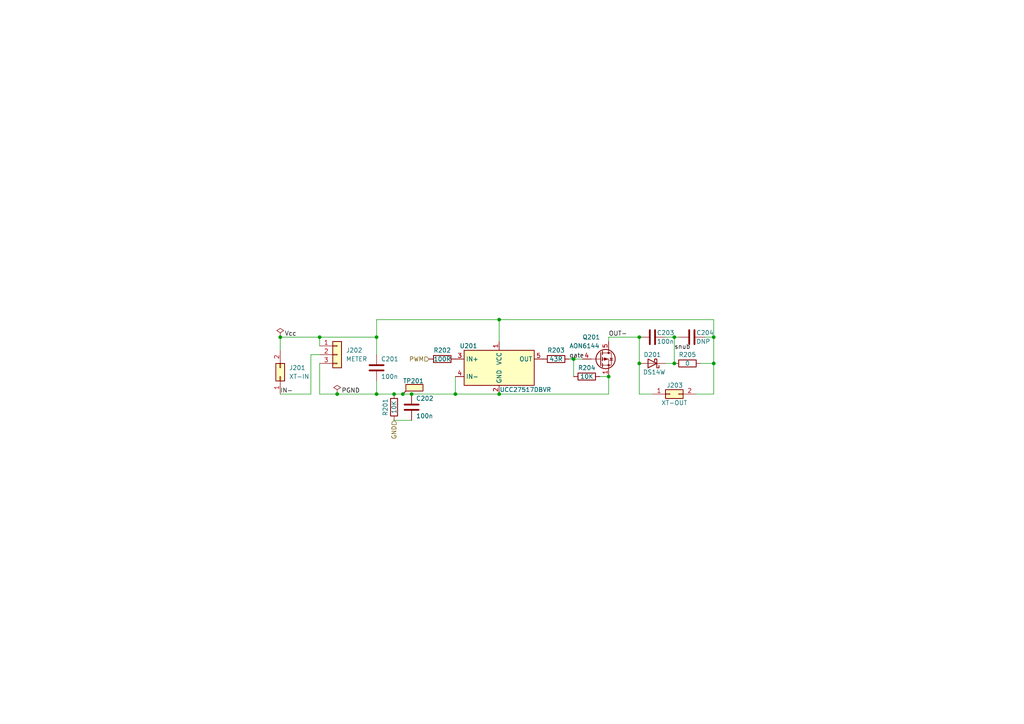
<source format=kicad_sch>
(kicad_sch (version 20211123) (generator eeschema)
  (paper "A4")
  (title_block (title "DZF-6020-UV-power-addon / power board") (date "2024-09-02") (rev "1.0"))
  (lib_symbols
    (symbol "-local:UCC27517DBVR"
      (property "Reference" "U" (at -8.89 6.35 0))
      (property "Value" "UCC27517DBVR" (at 10.16 -7.62 0))
      (symbol "UCC27517DBVR_0_1"
        (rectangle (start -10.16 5.08) (end 10.16 -5.08) (stroke (width 0.254)) (fill (type background)))
      )
      (symbol "UCC27517DBVR_1_1"
        (pin power_in line (at 0 7.62 270) (length 2.54) (name "VCC") (number "1"))
        (pin power_in line (at 0 -7.62 90) (length 2.54) (name "GND") (number "2"))
        (pin input line (at -12.7 2.54 0) (length 2.54) (name "IN+") (number "3"))
        (pin input line (at -12.7 -2.54 0) (length 2.54) (name "IN-") (number "4"))
        (pin output line (at 12.7 2.54 180) (length 2.54) (name "OUT") (number "5"))
      )
    )
    (symbol "Conn_02x01_1" (pin_names (offset 1.016) hide)
      (property "Reference" "J" (at 1.27 2.54 0))
      (property "Value" "Conn_02x01_1" (at 1.27 -2.54 0))
      (symbol "Conn_02x01_1_1_1"
        (rectangle (start -1.27 0.127) (end 0 -0.127) (stroke (width 0.1524)))
        (rectangle (start -1.27 1.27) (end 3.81 -1.27) (stroke (width 0.254)) (fill (type background)))
        (rectangle (start 3.81 0.127) (end 2.54 -0.127) (stroke (width 0.1524)))
        (pin passive line (at -5.08 0 0) (length 3.81) (name "Pin_1") (number "1"))
        (pin passive line (at 7.62 0 180) (length 3.81) (name "Pin_2") (number "2"))
      )
    )
    (symbol "Connector:TestPoint_Flag" (pin_numbers hide) (pin_names (offset 0.762) hide)
      (property "Reference" "TP" (at 3.429 1.778 0))
      (property "Value" "TestPoint_Flag" (at 3.302 4.191 0))
      (symbol "TestPoint_Flag_0_1"
        (polyline (pts (xy 0 0) (xy 0.889 0.889)) (stroke (width 0.254)))
        (rectangle (start 0.889 2.794) (end 5.842 0.889) (stroke (width 0.254)) (fill (type background)))
      )
      (symbol "TestPoint_Flag_1_1"
        (pin passive line (at 0 0 90) (length 0) (name "1") (number "1"))
      )
    )
    (symbol "Connector_Generic:Conn_01x03" (pin_names (offset 1.016) hide)
      (property "Reference" "J" (at 0 5.08 0))
      (property "Value" "Conn_01x03" (at 0 -5.08 0))
      (symbol "Conn_01x03_1_1"
        (rectangle (start -1.27 -2.413) (end 0 -2.667) (stroke (width 0.1524)))
        (rectangle (start -1.27 0.127) (end 0 -0.127) (stroke (width 0.1524)))
        (rectangle (start -1.27 2.667) (end 0 2.413) (stroke (width 0.1524)))
        (rectangle (start -1.27 3.81) (end 1.27 -3.81) (stroke (width 0.254)) (fill (type background)))
        (pin passive line (at -5.08 2.54 0) (length 3.81) (name "Pin_1") (number "1"))
        (pin passive line (at -5.08 0 0) (length 3.81) (name "Pin_2") (number "2"))
        (pin passive line (at -5.08 -2.54 0) (length 3.81) (name "Pin_3") (number "3"))
      )
    )
    (symbol "Connector_Generic:Conn_02x01" (pin_names (offset 1.016) hide)
      (property "Reference" "J" (at 1.27 2.54 0))
      (property "Value" "Conn_02x01" (at 1.27 -2.54 0))
      (symbol "Conn_02x01_1_1"
        (rectangle (start -1.27 0.127) (end 0 -0.127) (stroke (width 0.1524)))
        (rectangle (start -1.27 1.27) (end 3.81 -1.27) (stroke (width 0.254)) (fill (type background)))
        (rectangle (start 3.81 0.127) (end 2.54 -0.127) (stroke (width 0.1524)))
        (pin passive line (at -5.08 0 0) (length 3.81) (name "Pin_1") (number "1"))
        (pin passive line (at 7.62 0 180) (length 3.81) (name "Pin_2") (number "2"))
      )
    )
    (symbol "Device:C" (pin_numbers hide) (pin_names (offset 0.254))
      (property "Reference" "C" (at 0.635 2.54 0))
      (property "Value" "C" (at 0.635 -2.54 0))
      (symbol "C_0_1"
        (polyline (pts (xy -2.032 -0.762) (xy 2.032 -0.762)) (stroke (width 0.508)))
        (polyline (pts (xy -2.032 0.762) (xy 2.032 0.762)) (stroke (width 0.508)))
      )
      (symbol "C_1_1"
        (pin passive line (at 0 3.81 270) (length 2.794) (name "~") (number "1"))
        (pin passive line (at 0 -3.81 90) (length 2.794) (name "~") (number "2"))
      )
    )
    (symbol "Device:D_Schottky" (pin_numbers hide) (pin_names (offset 1.016) hide)
      (property "Reference" "D" (at 0 2.54 0))
      (property "Value" "D_Schottky" (at 0 -2.54 0))
      (symbol "D_Schottky_0_1"
        (polyline (pts (xy 1.27 0) (xy -1.27 0)))
        (polyline (pts (xy 1.27 1.27) (xy 1.27 -1.27) (xy -1.27 0) (xy 1.27 1.27)) (stroke (width 0.254)))
        (polyline (pts (xy -1.905 0.635) (xy -1.905 1.27) (xy -1.27 1.27) (xy -1.27 -1.27) (xy -0.635 -1.27) (xy -0.635 -0.635)) (stroke (width 0.254)))
      )
      (symbol "D_Schottky_1_1"
        (pin passive line (at -3.81 0 0) (length 2.54) (name "K") (number "1"))
        (pin passive line (at 3.81 0 180) (length 2.54) (name "A") (number "2"))
      )
    )
    (symbol "Device:R" (pin_numbers hide) (pin_names (offset 0))
      (property "Reference" "R" (at 2.032 0 90))
      (property "Value" "R" (at 0 0 90))
      (symbol "R_0_1"
        (rectangle (start -1.016 -2.54) (end 1.016 2.54) (stroke (width 0.254)))
      )
      (symbol "R_1_1"
        (pin passive line (at 0 3.81 270) (length 1.27) (name "~") (number "1"))
        (pin passive line (at 0 -3.81 90) (length 1.27) (name "~") (number "2"))
      )
    )
    (symbol "Transistor_FET:AON6411" (pin_names hide)
      (property "Reference" "Q" (at 5.08 1.905 0))
      (property "Value" "AON6411" (at 5.08 0 0))
      (symbol "AON6411_0_1"
        (polyline (pts (xy 0.254 0) (xy -2.54 0)))
        (polyline (pts (xy 0.254 1.905) (xy 0.254 -1.905)) (stroke (width 0.254)))
        (polyline (pts (xy 0.762 -1.27) (xy 0.762 -2.286)) (stroke (width 0.254)))
        (polyline (pts (xy 0.762 0.508) (xy 0.762 -0.508)) (stroke (width 0.254)))
        (polyline (pts (xy 0.762 2.286) (xy 0.762 1.27)) (stroke (width 0.254)))
        (polyline (pts (xy 2.54 2.54) (xy 2.54 1.778)))
        (polyline (pts (xy 2.54 -2.54) (xy 2.54 0) (xy 0.762 0)))
        (polyline (pts (xy 0.762 1.778) (xy 3.302 1.778) (xy 3.302 -1.778) (xy 0.762 -1.778)))
        (polyline (pts (xy 2.286 0) (xy 1.27 0.381) (xy 1.27 -0.381) (xy 2.286 0)) (fill (type outline)))
        (polyline (pts (xy 2.794 -0.508) (xy 2.921 -0.381) (xy 3.683 -0.381) (xy 3.81 -0.254)))
        (polyline (pts (xy 3.302 -0.381) (xy 2.921 0.254) (xy 3.683 0.254) (xy 3.302 -0.381)))
        (circle (center 1.651 0) (radius 2.794) (stroke (width 0.254)))
        (circle (center 2.54 -1.778) (radius 0.254) (fill (type outline)))
        (circle (center 2.54 1.778) (radius 0.254) (fill (type outline)))
      )
      (symbol "AON6411_1_1"
        (pin passive line (at 2.54 -5.08 90) (length 2.54) (name "S") (number "1"))
        (pin passive line (at 2.54 -5.08 90) (length 2.54) hide (name "S") (number "2"))
        (pin passive line (at 2.54 -5.08 90) (length 2.54) hide (name "S") (number "3"))
        (pin input line (at -5.08 0 0) (length 2.54) (name "G") (number "4"))
        (pin passive line (at 2.54 5.08 270) (length 2.54) (name "D") (number "5"))
      )
    )
    (symbol "power:PWR_FLAG" (power) (pin_numbers hide) (pin_names (offset 0) hide)
      (property "Value" "PWR_FLAG" (at 0 3.81 0))
      (symbol "PWR_FLAG_0_0"
        (pin power_out line (at 0 0 90) (length 0) (name "pwr") (number "1"))
      )
      (symbol "PWR_FLAG_0_1"
        (polyline (pts (xy 0 0) (xy 0 1.27) (xy -1.016 1.905) (xy 0 2.54) (xy 1.016 1.905) (xy 0 1.27)))
      )
    )
  )
  (junction (at 114.3 114.3))
  (junction (at 132.08 114.3))
  (junction (at 119.38 114.3))
  (junction (at 207.01 105.41))
  (junction (at 195.58 97.79))
  (junction (at 109.22 114.3))
  (junction (at 185.42 105.41))
  (junction (at 109.22 97.79))
  (junction (at 176.53 109.22))
  (junction (at 116.84 114.3))
  (junction (at 144.78 114.3))
  (junction (at 144.78 92.71))
  (junction (at 207.01 97.79))
  (junction (at 195.58 105.41))
  (junction (at 166.37 104.14))
  (junction (at 97.79 114.3))
  (junction (at 81.28 97.79))
  (junction (at 92.71 97.79))
  (junction (at 185.42 97.79))
  (wire (pts (xy 207.01 92.71) (xy 207.01 97.79)))
  (wire (pts (xy 109.22 92.71) (xy 144.78 92.71)))
  (wire (pts (xy 116.84 114.3) (xy 114.3 114.3)))
  (wire (pts (xy 201.93 114.3) (xy 207.01 114.3)))
  (wire (pts (xy 195.58 97.79) (xy 195.58 105.41)))
  (wire (pts (xy 195.58 105.41) (xy 193.04 105.41)))
  (wire (pts (xy 81.28 101.6) (xy 81.28 97.79)))
  (wire (pts (xy 176.53 99.06) (xy 176.53 97.79)))
  (wire (pts (xy 207.01 114.3) (xy 207.01 105.41)))
  (wire (pts (xy 132.08 109.22) (xy 132.08 114.3)))
  (wire (pts (xy 90.17 114.3) (xy 90.17 102.87)))
  (wire (pts (xy 119.38 114.3) (xy 116.84 114.3)))
  (wire (pts (xy 195.58 97.79) (xy 193.04 97.79)))
  (wire (pts (xy 144.78 114.3) (xy 176.53 114.3)))
  (wire (pts (xy 185.42 114.3) (xy 185.42 105.41)))
  (wire (pts (xy 81.28 97.79) (xy 92.71 97.79)))
  (wire (pts (xy 81.28 114.3) (xy 90.17 114.3)))
  (wire (pts (xy 166.37 104.14) (xy 165.1 104.14)))
  (wire (pts (xy 176.53 114.3) (xy 176.53 109.22)))
  (wire (pts (xy 207.01 105.41) (xy 203.2 105.41)))
  (wire (pts (xy 97.79 114.3) (xy 109.22 114.3)))
  (wire (pts (xy 144.78 92.71) (xy 144.78 99.06)))
  (wire (pts (xy 168.91 104.14) (xy 166.37 104.14)))
  (wire (pts (xy 114.3 114.3) (xy 109.22 114.3)))
  (wire (pts (xy 92.71 97.79) (xy 92.71 100.33)))
  (wire (pts (xy 185.42 97.79) (xy 185.42 105.41)))
  (wire (pts (xy 166.37 104.14) (xy 166.37 109.22)))
  (wire (pts (xy 144.78 92.71) (xy 207.01 92.71)))
  (wire (pts (xy 196.85 97.79) (xy 195.58 97.79)))
  (wire (pts (xy 176.53 97.79) (xy 185.42 97.79)))
  (wire (pts (xy 114.3 121.92) (xy 119.38 121.92)))
  (wire (pts (xy 90.17 102.87) (xy 92.71 102.87)))
  (wire (pts (xy 92.71 105.41) (xy 92.71 114.3)))
  (wire (pts (xy 109.22 102.87) (xy 109.22 97.79)))
  (wire (pts (xy 207.01 97.79) (xy 204.47 97.79)))
  (wire (pts (xy 109.22 114.3) (xy 109.22 110.49)))
  (wire (pts (xy 132.08 114.3) (xy 144.78 114.3)))
  (wire (pts (xy 132.08 114.3) (xy 119.38 114.3)))
  (wire (pts (xy 92.71 114.3) (xy 97.79 114.3)))
  (wire (pts (xy 109.22 92.71) (xy 109.22 97.79)))
  (wire (pts (xy 207.01 97.79) (xy 207.01 105.41)))
  (wire (pts (xy 92.71 97.79) (xy 109.22 97.79)))
  (wire (pts (xy 173.99 109.22) (xy 176.53 109.22)))
  (wire (pts (xy 189.23 114.3) (xy 185.42 114.3)))
  (label "PGND" (at 99.06 114.3 0))
  (label "Vcc" (at 82.55 97.79 0))
  (label "snub" (at 195.58 101.6 0))
  (label "gate" (at 165.1 104.14 0))
  (label "OUT-" (at 176.53 97.79 0))
  (label "IN-" (at 81.28 114.3 0))
  (hierarchical_label "PWM" (shape input) (at 124.46 104.14 180))
  (hierarchical_label "GND" (shape input) (at 114.3 121.92 270))
  (symbol (lib_id "Device:C") (at 119.38 118.11 0) (unit 1)
    (property "Reference" "C202" (at 120.65 115.57 0) (effects (justify left)))
    (property "Value" "100n" (at 120.65 120.65 0) (effects (justify left)))
    (property "Footprint" "Capacitor_SMD:C_0805_2012Metric_Pad1.18x1.45mm_HandSolder" (effects hide))
    (property "lcsc#" "C476766" (effects hide))
  )
  (symbol (lib_id "Device:R") (at 161.29 104.14 90) (unit 1)
    (property "Reference" "R203" (at 161.29 101.6 90))
    (property "Value" "43R" (at 161.29 104.14 90))
    (property "Footprint" "Resistor_SMD:R_0805_2012Metric_Pad1.20x1.40mm_HandSolder" (effects hide))
  )
  (symbol (lib_id "power:PWR_FLAG") (at 81.28 97.79 0) (unit 1)
    (property "Reference" "#FLG0201" (effects hide))
    (property "Value" "PWR_FLAG" (effects hide))
  )
  (symbol (lib_id "Transistor_FET:AON6411") (at 173.99 104.14 0) (unit 1)
    (property "Reference" "Q201" (at 168.91 97.79 0) (effects (justify left)))
    (property "Value" "AON6144" (at 165.1 100.33 0) (effects (justify left)))
    (property "Footprint" "-local:AO_DFN-8-1EP_5.55x5.2mm_P1.27mm_EP4.12x4.6mm" (effects hide))
    (property "Datasheet" "https://www.lcsc.com/datasheet/lcsc_datasheet_1809192134_Alpha---Omega-Semicon-AON6144_C133142.pdf" (effects hide))
    (property "lcsc#" "C133142" (effects hide))
  )
  (symbol (lib_id "Connector_Generic:Conn_02x01") (at 194.31 114.3 0) (unit 1)
    (property "Reference" "J203" (at 198.12 111.76 0) (effects (justify right)))
    (property "Value" "XT-OUT" (at 199.39 116.84 0) (effects (justify right)))
    (property "Footprint" "-local:XT30U-F" (effects hide))
  )
  (symbol (lib_id "-local:UCC27517DBVR") (at 144.78 106.68 0) (unit 1)
    (property "Reference" "U201" (at 135.89 100.33 0))
    (property "Value" "UCC27517DBVR" (at 152.4 113.03 0))
    (property "Footprint" "Package_TO_SOT_SMD:SOT-23-5_HandSoldering" (effects hide))
    (property "Datasheet" "https://www.lcsc.com/datasheet/lcsc_datasheet_2402211157_UMW-Youtai-Semiconductor-Co---Ltd--UCC27517DBVR-UMW_C20623191.pdf" (effects hide))
    (property "lcsc#" "C20623191" (effects hide))
  )
  (symbol (lib_id "Device:R") (at 199.39 105.41 90) (unit 1)
    (property "Reference" "R205" (at 199.39 102.87 90))
    (property "Value" "0" (at 199.39 105.41 90))
    (property "Footprint" "Resistor_SMD:R_0805_2012Metric_Pad1.20x1.40mm_HandSolder" (effects hide))
  )
  (symbol (lib_id "Connector:TestPoint_Flag") (at 116.84 114.3 0) (unit 1) (in_bom no)
    (property "Reference" "TP201" (at 116.84 110.49 0) (effects (justify left)))
    (property "Value" "TP_GND" (effects hide))
    (property "Footprint" "TestPoint:TestPoint_Pad_D2.5mm" (effects hide))
  )
  (symbol (lib_id "Connector_Generic:Conn_01x03") (at 97.79 102.87 0) (unit 1)
    (property "Reference" "J202" (at 100.33 101.5999 0) (effects (justify left)))
    (property "Value" "METER" (at 100.33 104.1399 0) (effects (justify left)))
    (property "Footprint" "-local:MR30-F" (effects hide))
  )
  (symbol (lib_id "Device:R") (at 114.3 118.11 180) (unit 1)
    (property "Reference" "R201" (at 111.76 118.11 90))
    (property "Value" "10K" (at 114.3 118.11 90))
    (property "Footprint" "Resistor_SMD:R_0805_2012Metric_Pad1.20x1.40mm_HandSolder" (effects hide))
  )
  (symbol (lib_id "Device:R") (at 128.27 104.14 90) (unit 1)
    (property "Reference" "R202" (at 128.27 101.6 90))
    (property "Value" "100R" (at 128.27 104.14 90))
    (property "Footprint" "Resistor_SMD:R_0805_2012Metric_Pad1.20x1.40mm_HandSolder" (effects hide))
  )
  (symbol (lib_id "Device:C") (at 200.66 97.79 270) (unit 1)
    (property "Reference" "C204" (at 201.93 96.52 90) (effects (justify left)))
    (property "Value" "DNP" (at 201.93 99.06 90) (effects (justify left)))
    (property "Footprint" "Capacitor_SMD:C_0805_2012Metric_Pad1.18x1.45mm_HandSolder" (effects hide))
  )
  (symbol (lib_id "Device:C") (at 109.22 106.68 0) (unit 1)
    (property "Reference" "C201" (at 110.49 104.14 0) (effects (justify left)))
    (property "Value" "100n" (at 110.49 109.22 0) (effects (justify left)))
    (property "Footprint" "Capacitor_SMD:C_0805_2012Metric_Pad1.18x1.45mm_HandSolder" (effects hide))
    (property "lcsc#" "C476766" (effects hide))
  )
  (symbol (lib_id "power:PWR_FLAG") (at 97.79 114.3 0) (unit 1)
    (property "Reference" "#FLG0202" (effects hide))
    (property "Value" "PWR_FLAG" (effects hide))
  )
  (symbol (lib_id "Device:R") (at 170.18 109.22 90) (unit 1)
    (property "Reference" "R204" (at 170.18 106.68 90))
    (property "Value" "10K" (at 170.18 109.22 90))
    (property "Footprint" "Resistor_SMD:R_0805_2012Metric_Pad1.20x1.40mm_HandSolder" (effects hide))
  )
  (symbol (lib_name "Conn_02x01_1") (lib_id "Connector_Generic:Conn_02x01") (at 81.28 109.22 90) (unit 1)
    (property "Reference" "J201" (at 83.82 106.6799 90) (effects (justify right)))
    (property "Value" "XT-IN" (at 83.82 109.2199 90) (effects (justify right)))
    (property "Footprint" "-local:XT30U-M" (effects hide))
  )
  (symbol (lib_id "Device:D_Schottky") (at 189.23 105.41 180) (unit 1)
    (property "Reference" "D201" (at 191.77 102.87 0) (effects (justify left)))
    (property "Value" "DS14W" (at 193.04 107.95 0) (effects (justify left)))
    (property "Footprint" "Diode_SMD:D_SOD-123F" (effects hide))
    (property "Datasheet" "https://www.lcsc.com/datasheet/lcsc_datasheet_2304140030_YFW-DS14W_C1884542.pdf" (effects hide))
    (property "lcsc#" "C1884542" (effects hide))
  )
  (symbol (lib_id "Device:C") (at 189.23 97.79 270) (unit 1)
    (property "Reference" "C203" (at 190.5 96.52 90) (effects (justify left)))
    (property "Value" "100n" (at 190.5 99.06 90) (effects (justify left)))
    (property "Footprint" "Capacitor_SMD:C_0805_2012Metric_Pad1.18x1.45mm_HandSolder" (effects hide))
    (property "lcsc#" "C476766" (effects hide))
  )
)
</source>
